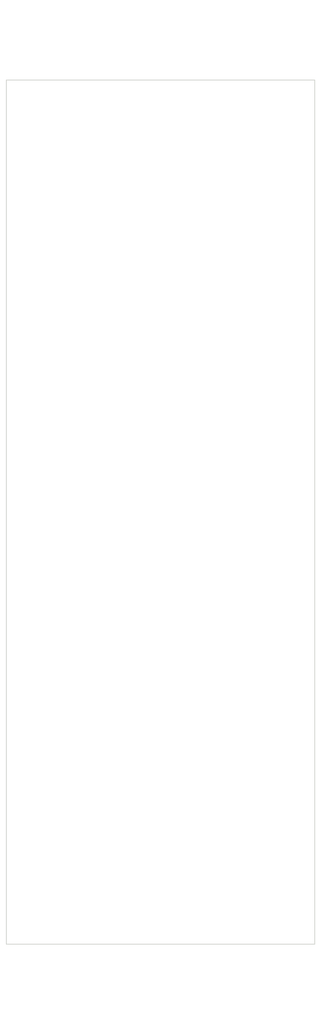
<source format=kicad_pcb>
(kicad_pcb (version 20211014) (generator pcbnew)

  (general
    (thickness 1.6)
  )

  (paper "A4")
  (layers
    (0 "F.Cu" signal)
    (31 "B.Cu" signal)
    (32 "B.Adhes" user "B.Adhesive")
    (33 "F.Adhes" user "F.Adhesive")
    (34 "B.Paste" user)
    (35 "F.Paste" user)
    (36 "B.SilkS" user "B.Silkscreen")
    (37 "F.SilkS" user "F.Silkscreen")
    (38 "B.Mask" user)
    (39 "F.Mask" user)
    (40 "Dwgs.User" user "User.Drawings")
    (41 "Cmts.User" user "User.Comments")
    (42 "Eco1.User" user "User.Eco1")
    (43 "Eco2.User" user "User.Eco2")
    (44 "Edge.Cuts" user)
    (45 "Margin" user)
    (46 "B.CrtYd" user "B.Courtyard")
    (47 "F.CrtYd" user "F.Courtyard")
    (48 "B.Fab" user)
    (49 "F.Fab" user)
    (50 "User.1" user)
    (51 "User.2" user)
    (52 "User.3" user)
    (53 "User.4" user)
    (54 "User.5" user)
    (55 "User.6" user)
    (56 "User.7" user)
    (57 "User.8" user)
    (58 "User.9" user)
  )

  (setup
    (pad_to_mask_clearance 0)
    (pcbplotparams
      (layerselection 0x00010fc_ffffffff)
      (disableapertmacros false)
      (usegerberextensions false)
      (usegerberattributes true)
      (usegerberadvancedattributes true)
      (creategerberjobfile true)
      (svguseinch false)
      (svgprecision 6)
      (excludeedgelayer true)
      (plotframeref false)
      (viasonmask false)
      (mode 1)
      (useauxorigin false)
      (hpglpennumber 1)
      (hpglpenspeed 20)
      (hpglpendiameter 15.000000)
      (dxfpolygonmode true)
      (dxfimperialunits true)
      (dxfusepcbnewfont true)
      (psnegative false)
      (psa4output false)
      (plotreference true)
      (plotvalue true)
      (plotinvisibletext false)
      (sketchpadsonfab false)
      (subtractmaskfromsilk false)
      (outputformat 1)
      (mirror false)
      (drillshape 1)
      (scaleselection 1)
      (outputdirectory "")
    )
  )

  (net 0 "")

  (gr_line (start 0.75 10) (end 0.75 118.5) (layer "Edge.Cuts") (width 0.1) (tstamp 1a09a7cb-78f5-4989-9bdf-8b4c4a8beb1d))
  (gr_line (start 39.55 118.5) (end 39.55 10) (layer "Edge.Cuts") (width 0.1) (tstamp 2aef071e-f380-49c0-b1ba-860b2a4bd684))
  (gr_line (start 0.75 118.5) (end 39.55 118.5) (layer "Edge.Cuts") (width 0.1) (tstamp 347e4106-0ad8-4579-9925-c65107fafee2))
  (gr_line (start 0.75 10) (end 39.55 10) (layer "Edge.Cuts") (width 0.1) (tstamp c8cb28f7-4e0d-49a3-8b9b-fcff4adac1d4))
  (gr_line (start 40.3 0) (end 40.3 128.5) (layer "User.1") (width 0.1) (tstamp 14be568d-2e52-4aed-b81b-dddc75cbdd07))
  (gr_line (start 0 128.5) (end 0 0) (layer "User.1") (width 0.1) (tstamp 159574a9-ecec-48bb-adb0-3dc9e65d4e79))
  (gr_line (start 0 0) (end 40.3 0) (layer "User.1") (width 0.1) (tstamp 7a879184-fad8-4feb-afb5-86fe8d34f1f7))
  (gr_line (start 40.3 128.5) (end 0 128.5) (layer "User.1") (width 0.1) (tstamp bc3f6e1f-c81e-4889-865a-0e223a5a22e2))

)

</source>
